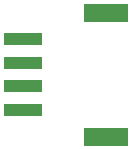
<source format=gbr>
G04 EAGLE Gerber RS-274X export*
G75*
%MOMM*%
%FSLAX34Y34*%
%LPD*%
%INSolderpaste Bottom*%
%IPPOS*%
%AMOC8*
5,1,8,0,0,1.08239X$1,22.5*%
G01*
G04 Define Apertures*
%ADD10R,3.300000X1.000000*%
%ADD11R,3.800000X1.500000*%
D10*
X88740Y593500D03*
X88740Y573500D03*
X88740Y553500D03*
X88740Y533500D03*
D11*
X159240Y616000D03*
X159240Y511000D03*
M02*

</source>
